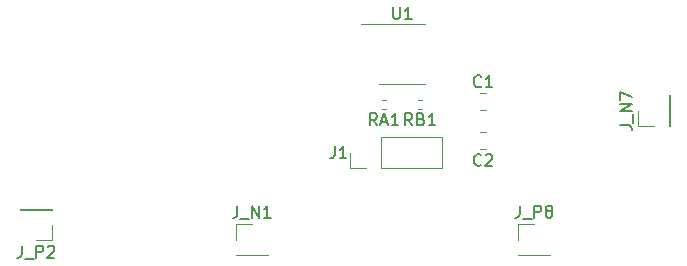
<source format=gbr>
%TF.GenerationSoftware,KiCad,Pcbnew,(6.0.8)*%
%TF.CreationDate,2022-10-18T22:39:30+02:00*%
%TF.ProjectId,test_project_1,74657374-5f70-4726-9f6a-6563745f312e,rev?*%
%TF.SameCoordinates,Original*%
%TF.FileFunction,Legend,Top*%
%TF.FilePolarity,Positive*%
%FSLAX46Y46*%
G04 Gerber Fmt 4.6, Leading zero omitted, Abs format (unit mm)*
G04 Created by KiCad (PCBNEW (6.0.8)) date 2022-10-18 22:39:30*
%MOMM*%
%LPD*%
G01*
G04 APERTURE LIST*
%ADD10C,0.150000*%
%ADD11C,0.120000*%
G04 APERTURE END LIST*
D10*
%TO.C,J_N7*%
X156126380Y-96742095D02*
X156840666Y-96742095D01*
X156983523Y-96789714D01*
X157078761Y-96884952D01*
X157126380Y-97027809D01*
X157126380Y-97123047D01*
X157221619Y-96504000D02*
X157221619Y-95742095D01*
X157126380Y-95504000D02*
X156126380Y-95504000D01*
X157126380Y-94932571D01*
X156126380Y-94932571D01*
X156126380Y-94551619D02*
X156126380Y-93884952D01*
X157126380Y-94313523D01*
%TO.C,J_N1*%
X123729904Y-103548380D02*
X123729904Y-104262666D01*
X123682285Y-104405523D01*
X123587047Y-104500761D01*
X123444190Y-104548380D01*
X123348952Y-104548380D01*
X123968000Y-104643619D02*
X124729904Y-104643619D01*
X124968000Y-104548380D02*
X124968000Y-103548380D01*
X125539428Y-104548380D01*
X125539428Y-103548380D01*
X126539428Y-104548380D02*
X125968000Y-104548380D01*
X126253714Y-104548380D02*
X126253714Y-103548380D01*
X126158476Y-103691238D01*
X126063238Y-103786476D01*
X125968000Y-103834095D01*
%TO.C,J_P2*%
X105465714Y-106938380D02*
X105465714Y-107652666D01*
X105418095Y-107795523D01*
X105322857Y-107890761D01*
X105180000Y-107938380D01*
X105084761Y-107938380D01*
X105703809Y-108033619D02*
X106465714Y-108033619D01*
X106703809Y-107938380D02*
X106703809Y-106938380D01*
X107084761Y-106938380D01*
X107180000Y-106986000D01*
X107227619Y-107033619D01*
X107275238Y-107128857D01*
X107275238Y-107271714D01*
X107227619Y-107366952D01*
X107180000Y-107414571D01*
X107084761Y-107462190D01*
X106703809Y-107462190D01*
X107656190Y-107033619D02*
X107703809Y-106986000D01*
X107799047Y-106938380D01*
X108037142Y-106938380D01*
X108132380Y-106986000D01*
X108180000Y-107033619D01*
X108227619Y-107128857D01*
X108227619Y-107224095D01*
X108180000Y-107366952D01*
X107608571Y-107938380D01*
X108227619Y-107938380D01*
%TO.C,J_P8*%
X147629714Y-103548380D02*
X147629714Y-104262666D01*
X147582095Y-104405523D01*
X147486857Y-104500761D01*
X147344000Y-104548380D01*
X147248761Y-104548380D01*
X147867809Y-104643619D02*
X148629714Y-104643619D01*
X148867809Y-104548380D02*
X148867809Y-103548380D01*
X149248761Y-103548380D01*
X149344000Y-103596000D01*
X149391619Y-103643619D01*
X149439238Y-103738857D01*
X149439238Y-103881714D01*
X149391619Y-103976952D01*
X149344000Y-104024571D01*
X149248761Y-104072190D01*
X148867809Y-104072190D01*
X150010666Y-103976952D02*
X149915428Y-103929333D01*
X149867809Y-103881714D01*
X149820190Y-103786476D01*
X149820190Y-103738857D01*
X149867809Y-103643619D01*
X149915428Y-103596000D01*
X150010666Y-103548380D01*
X150201142Y-103548380D01*
X150296380Y-103596000D01*
X150344000Y-103643619D01*
X150391619Y-103738857D01*
X150391619Y-103786476D01*
X150344000Y-103881714D01*
X150296380Y-103929333D01*
X150201142Y-103976952D01*
X150010666Y-103976952D01*
X149915428Y-104024571D01*
X149867809Y-104072190D01*
X149820190Y-104167428D01*
X149820190Y-104357904D01*
X149867809Y-104453142D01*
X149915428Y-104500761D01*
X150010666Y-104548380D01*
X150201142Y-104548380D01*
X150296380Y-104500761D01*
X150344000Y-104453142D01*
X150391619Y-104357904D01*
X150391619Y-104167428D01*
X150344000Y-104072190D01*
X150296380Y-104024571D01*
X150201142Y-103976952D01*
%TO.C,U1*%
X136906095Y-86728380D02*
X136906095Y-87537904D01*
X136953714Y-87633142D01*
X137001333Y-87680761D01*
X137096571Y-87728380D01*
X137287047Y-87728380D01*
X137382285Y-87680761D01*
X137429904Y-87633142D01*
X137477523Y-87537904D01*
X137477523Y-86728380D01*
X138477523Y-87728380D02*
X137906095Y-87728380D01*
X138191809Y-87728380D02*
X138191809Y-86728380D01*
X138096571Y-86871238D01*
X138001333Y-86966476D01*
X137906095Y-87014095D01*
%TO.C,RB1*%
X138525333Y-96718380D02*
X138192000Y-96242190D01*
X137953904Y-96718380D02*
X137953904Y-95718380D01*
X138334857Y-95718380D01*
X138430095Y-95766000D01*
X138477714Y-95813619D01*
X138525333Y-95908857D01*
X138525333Y-96051714D01*
X138477714Y-96146952D01*
X138430095Y-96194571D01*
X138334857Y-96242190D01*
X137953904Y-96242190D01*
X139287238Y-96194571D02*
X139430095Y-96242190D01*
X139477714Y-96289809D01*
X139525333Y-96385047D01*
X139525333Y-96527904D01*
X139477714Y-96623142D01*
X139430095Y-96670761D01*
X139334857Y-96718380D01*
X138953904Y-96718380D01*
X138953904Y-95718380D01*
X139287238Y-95718380D01*
X139382476Y-95766000D01*
X139430095Y-95813619D01*
X139477714Y-95908857D01*
X139477714Y-96004095D01*
X139430095Y-96099333D01*
X139382476Y-96146952D01*
X139287238Y-96194571D01*
X138953904Y-96194571D01*
X140477714Y-96718380D02*
X139906285Y-96718380D01*
X140192000Y-96718380D02*
X140192000Y-95718380D01*
X140096761Y-95861238D01*
X140001523Y-95956476D01*
X139906285Y-96004095D01*
%TO.C,RA1*%
X135548761Y-96718380D02*
X135215428Y-96242190D01*
X134977333Y-96718380D02*
X134977333Y-95718380D01*
X135358285Y-95718380D01*
X135453523Y-95766000D01*
X135501142Y-95813619D01*
X135548761Y-95908857D01*
X135548761Y-96051714D01*
X135501142Y-96146952D01*
X135453523Y-96194571D01*
X135358285Y-96242190D01*
X134977333Y-96242190D01*
X135929714Y-96432666D02*
X136405904Y-96432666D01*
X135834476Y-96718380D02*
X136167809Y-95718380D01*
X136501142Y-96718380D01*
X137358285Y-96718380D02*
X136786857Y-96718380D01*
X137072571Y-96718380D02*
X137072571Y-95718380D01*
X136977333Y-95861238D01*
X136882095Y-95956476D01*
X136786857Y-96004095D01*
%TO.C,J1*%
X131956666Y-98512380D02*
X131956666Y-99226666D01*
X131909047Y-99369523D01*
X131813809Y-99464761D01*
X131670952Y-99512380D01*
X131575714Y-99512380D01*
X132956666Y-99512380D02*
X132385238Y-99512380D01*
X132670952Y-99512380D02*
X132670952Y-98512380D01*
X132575714Y-98655238D01*
X132480476Y-98750476D01*
X132385238Y-98798095D01*
%TO.C,C2*%
X144359333Y-100081142D02*
X144311714Y-100128761D01*
X144168857Y-100176380D01*
X144073619Y-100176380D01*
X143930761Y-100128761D01*
X143835523Y-100033523D01*
X143787904Y-99938285D01*
X143740285Y-99747809D01*
X143740285Y-99604952D01*
X143787904Y-99414476D01*
X143835523Y-99319238D01*
X143930761Y-99224000D01*
X144073619Y-99176380D01*
X144168857Y-99176380D01*
X144311714Y-99224000D01*
X144359333Y-99271619D01*
X144740285Y-99271619D02*
X144787904Y-99224000D01*
X144883142Y-99176380D01*
X145121238Y-99176380D01*
X145216476Y-99224000D01*
X145264095Y-99271619D01*
X145311714Y-99366857D01*
X145311714Y-99462095D01*
X145264095Y-99604952D01*
X144692666Y-100176380D01*
X145311714Y-100176380D01*
%TO.C,C1*%
X144359333Y-93419142D02*
X144311714Y-93466761D01*
X144168857Y-93514380D01*
X144073619Y-93514380D01*
X143930761Y-93466761D01*
X143835523Y-93371523D01*
X143787904Y-93276285D01*
X143740285Y-93085809D01*
X143740285Y-92942952D01*
X143787904Y-92752476D01*
X143835523Y-92657238D01*
X143930761Y-92562000D01*
X144073619Y-92514380D01*
X144168857Y-92514380D01*
X144311714Y-92562000D01*
X144359333Y-92609619D01*
X145311714Y-93514380D02*
X144740285Y-93514380D01*
X145026000Y-93514380D02*
X145026000Y-92514380D01*
X144930761Y-92657238D01*
X144835523Y-92752476D01*
X144740285Y-92800095D01*
D11*
%TO.C,J_N7*%
X157674000Y-96834000D02*
X157674000Y-95504000D01*
X160274000Y-96834000D02*
X160274000Y-94174000D01*
X160334000Y-96834000D02*
X160334000Y-94174000D01*
X160274000Y-94174000D02*
X160334000Y-94174000D01*
X160274000Y-96834000D02*
X160334000Y-96834000D01*
X159004000Y-96834000D02*
X157674000Y-96834000D01*
%TO.C,J_N1*%
X123638000Y-105096000D02*
X124968000Y-105096000D01*
X123638000Y-107696000D02*
X126298000Y-107696000D01*
X123638000Y-107756000D02*
X126298000Y-107756000D01*
X126298000Y-107696000D02*
X126298000Y-107756000D01*
X123638000Y-107696000D02*
X123638000Y-107756000D01*
X123638000Y-106426000D02*
X123638000Y-105096000D01*
%TO.C,J_P2*%
X108010000Y-106486000D02*
X106680000Y-106486000D01*
X108010000Y-103886000D02*
X105350000Y-103886000D01*
X108010000Y-103826000D02*
X105350000Y-103826000D01*
X105350000Y-103886000D02*
X105350000Y-103826000D01*
X108010000Y-103886000D02*
X108010000Y-103826000D01*
X108010000Y-105156000D02*
X108010000Y-106486000D01*
%TO.C,J_P8*%
X147514000Y-105096000D02*
X148844000Y-105096000D01*
X147514000Y-107696000D02*
X150174000Y-107696000D01*
X147514000Y-107756000D02*
X150174000Y-107756000D01*
X150174000Y-107696000D02*
X150174000Y-107756000D01*
X147514000Y-107696000D02*
X147514000Y-107756000D01*
X147514000Y-106426000D02*
X147514000Y-105096000D01*
%TO.C,U1*%
X137668000Y-88116000D02*
X139618000Y-88116000D01*
X137668000Y-93236000D02*
X139618000Y-93236000D01*
X137668000Y-88116000D02*
X134218000Y-88116000D01*
X137668000Y-93236000D02*
X135718000Y-93236000D01*
%TO.C,RB1*%
X139038359Y-94616000D02*
X139345641Y-94616000D01*
X139038359Y-95376000D02*
X139345641Y-95376000D01*
%TO.C,RA1*%
X135990359Y-95376000D02*
X136297641Y-95376000D01*
X135990359Y-94616000D02*
X136297641Y-94616000D01*
%TO.C,J1*%
X135890000Y-100390000D02*
X135890000Y-97730000D01*
X133290000Y-100390000D02*
X133290000Y-99060000D01*
X135890000Y-97730000D02*
X141030000Y-97730000D01*
X134620000Y-100390000D02*
X133290000Y-100390000D01*
X135890000Y-100390000D02*
X141030000Y-100390000D01*
X141030000Y-100390000D02*
X141030000Y-97730000D01*
%TO.C,C2*%
X144787252Y-97309000D02*
X144264748Y-97309000D01*
X144787252Y-98779000D02*
X144264748Y-98779000D01*
%TO.C,C1*%
X144264748Y-95477000D02*
X144787252Y-95477000D01*
X144264748Y-94007000D02*
X144787252Y-94007000D01*
%TD*%
M02*

</source>
